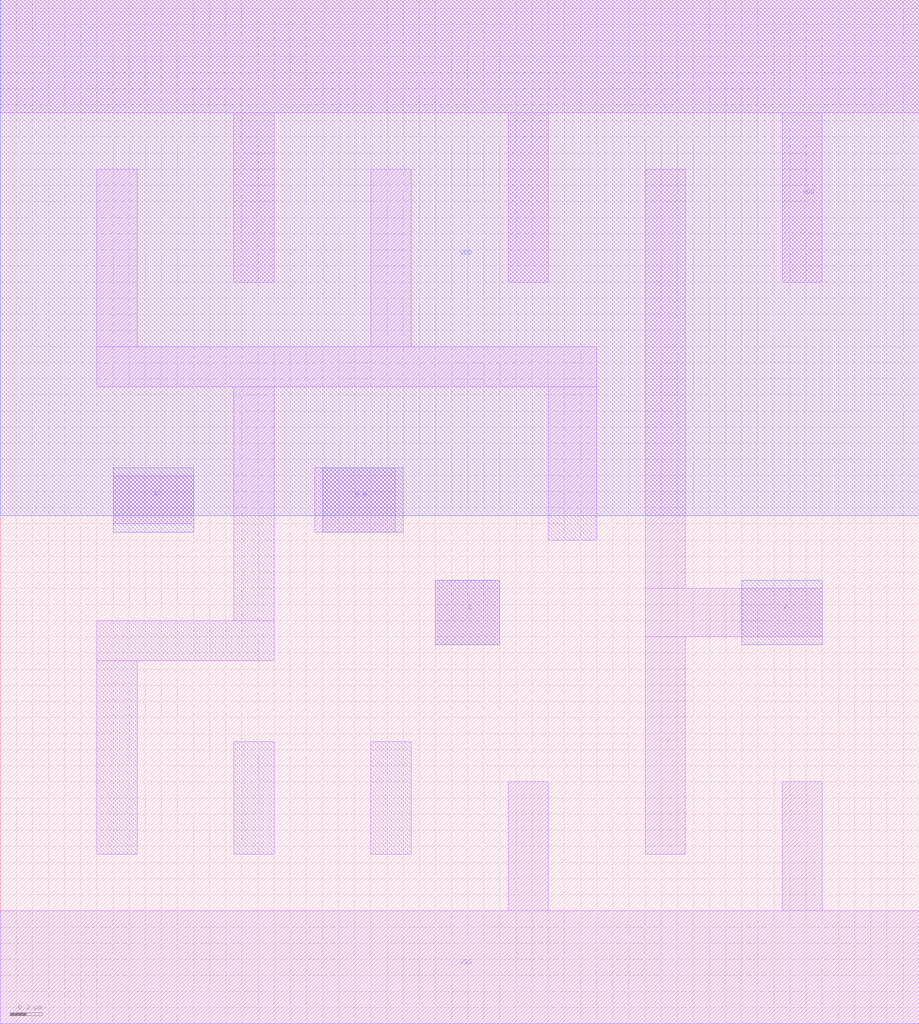
<source format=lef>
VERSION 5.7 ;
  NOWIREEXTENSIONATPIN ON ;
  DIVIDERCHAR "/" ;
  BUSBITCHARS "[]" ;
MACRO gf180mcu_osu_sc_gp9t3v3__and3_2
  CLASS CORE ;
  FOREIGN gf180mcu_osu_sc_gp9t3v3__and3_2 ;
  ORIGIN 0.900 0.000 ;
  SIZE 5.700 BY 6.350 ;
  SYMMETRY XY ;
  SITE gf180mcu_osu_sc_gp9t3v3 ;
  PIN A
    ANTENNAGATEAREA 0.765000 ;
    PORT
      LAYER Metal1 ;
        RECT -0.200 3.100 0.300 3.400 ;
      LAYER Metal2 ;
        RECT -0.200 3.050 0.300 3.450 ;
    END
  END A
  PIN B
    ANTENNAGATEAREA 0.765000 ;
    PORT
      LAYER Metal1 ;
        RECT 1.050 3.050 1.550 3.450 ;
      LAYER Metal2 ;
        RECT 1.100 3.050 1.600 3.450 ;
    END
  END B
  PIN Y
    ANTENNADIFFAREA 1.402500 ;
    PORT
      LAYER Metal1 ;
        RECT 3.100 2.700 3.350 5.300 ;
        RECT 3.100 2.400 4.200 2.700 ;
        RECT 3.100 1.050 3.350 2.400 ;
      LAYER Metal2 ;
        RECT 3.700 2.350 4.200 2.750 ;
    END
  END Y
  PIN C
    ANTENNAGATEAREA 0.765000 ;
    PORT
      LAYER Metal1 ;
        RECT 1.800 2.350 2.200 2.750 ;
      LAYER Metal2 ;
        RECT 1.800 2.350 2.200 2.750 ;
    END
  END C
  PIN VDD
    USE POWER ;
    PORT
      LAYER Nwell ;
        RECT -0.900 3.150 4.800 6.350 ;
      LAYER Metal1 ;
        RECT -0.900 5.650 4.800 6.350 ;
        RECT 0.550 4.600 0.800 5.650 ;
        RECT 2.250 4.600 2.500 5.650 ;
        RECT 3.950 4.600 4.200 5.650 ;
    END
  END VDD
  PIN VSS
    USE GROUND ;
    PORT
      LAYER Metal1 ;
        RECT 2.250 0.700 2.500 1.500 ;
        RECT 3.950 0.700 4.200 1.500 ;
        RECT -0.900 0.000 4.800 0.700 ;
    END
  END VSS
  OBS
      LAYER Metal1 ;
        RECT -0.300 4.200 -0.050 5.300 ;
        RECT 1.400 4.200 1.650 5.300 ;
        RECT -0.300 3.950 2.800 4.200 ;
        RECT 0.550 2.500 0.800 3.950 ;
        RECT 2.500 3.000 2.800 3.950 ;
        RECT -0.300 2.250 0.800 2.500 ;
        RECT -0.300 1.050 -0.050 2.250 ;
        RECT 0.550 1.050 0.800 1.750 ;
        RECT 1.400 1.050 1.650 1.750 ;
  END
END gf180mcu_osu_sc_gp9t3v3__and3_2
END LIBRARY


</source>
